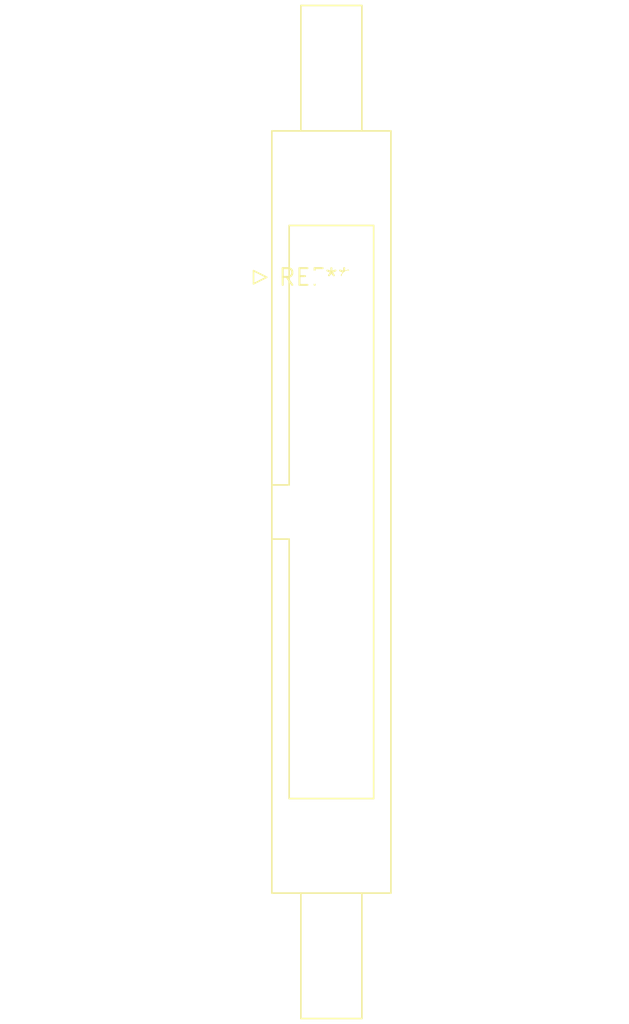
<source format=kicad_pcb>
(kicad_pcb (version 20240108) (generator pcbnew)
  (layers (0 "F.Cu" signal) (31 "B.Cu" signal) (34 "B.Paste" user) (35 "F.Paste" user) (36 "B.SilkS" user "B.Silkscreen") (37 "F.SilkS" user "F.Silkscreen") (38 "B.Mask" user) (39 "F.Mask" user) (44 "Edge.Cuts" user))
  (net 0 "")
  (footprint "IDC-Header_2x15_P2.54mm_Latch9.5mm_Vertical" (layer "F.Cu") (at 0 0)
    (property "Reference" "REF**")
    (property "Value" "IDC-Header_2x15_P2.54mm_Latch9.5mm_Vertical")
    (fp_line (start -4.63 -0.5) (end -4.63 0.5) (layer "F.SilkS") (stroke (width 0.12)))
    (fp_line (start -4.63 0.5) (end -3.63 0) (layer "F.SilkS") (stroke (width 0.12)))
    (fp_line (start -3.63 0) (end -4.63 -0.5) (layer "F.SilkS") (stroke (width 0.12)))
    (fp_line (start -3.24 -11.08) (end 5.78 -11.08) (layer "F.SilkS") (stroke (width 0.12)))
    (fp_line (start -3.24 15.73) (end -1.93 15.73) (layer "F.SilkS") (stroke (width 0.12)))
    (fp_line (start -3.24 46.64) (end -3.24 -11.08) (layer "F.SilkS") (stroke (width 0.12)))
    (fp_line (start -1.93 -3.92) (end 4.47 -3.92) (layer "F.SilkS") (stroke (width 0.12)))
    (fp_line (start -1.93 15.73) (end -1.93 -3.92) (layer "F.SilkS") (stroke (width 0.12)))
    (fp_line (start -1.93 19.83) (end -3.24 19.83) (layer "F.SilkS") (stroke (width 0.12)))
    (fp_line (start -1.93 19.83) (end -1.93 19.83) (layer "F.SilkS") (stroke (width 0.12)))
    (fp_line (start -1.93 39.48) (end -1.93 19.83) (layer "F.SilkS") (stroke (width 0.12)))
    (fp_line (start -1.04 -20.58) (end 3.58 -20.58) (layer "F.SilkS") (stroke (width 0.12)))
    (fp_line (start -1.04 -11.08) (end -1.04 -20.58) (layer "F.SilkS") (stroke (width 0.12)))
    (fp_line (start -1.04 46.64) (end -1.04 56.14) (layer "F.SilkS") (stroke (width 0.12)))
    (fp_line (start -1.04 56.14) (end 3.58 56.14) (layer "F.SilkS") (stroke (width 0.12)))
    (fp_line (start 3.58 -20.58) (end 3.58 -11.08) (layer "F.SilkS") (stroke (width 0.12)))
    (fp_line (start 3.58 56.14) (end 3.58 46.64) (layer "F.SilkS") (stroke (width 0.12)))
    (fp_line (start 4.47 -3.92) (end 4.47 39.48) (layer "F.SilkS") (stroke (width 0.12)))
    (fp_line (start 4.47 39.48) (end -1.93 39.48) (layer "F.SilkS") (stroke (width 0.12)))
    (fp_line (start 5.78 -11.08) (end 5.78 46.64) (layer "F.SilkS") (stroke (width 0.12)))
    (fp_line (start 5.78 46.64) (end -3.24 46.64) (layer "F.SilkS") (stroke (width 0.12)))
    (pad "1" thru_hole roundrect (at 0 0) (size 1.7 1.7) (drill 1) (layers *.Cu *.Mask) (remove_unused_layers) (roundrect_rratio 0.147059))
    (pad "2" thru_hole circle (at 2.54 0) (size 1.7 1.7) (drill 1) (layers *.Cu *.Mask) (remove_unused_layers))
    (pad "3" thru_hole circle (at 0 2.54) (size 1.7 1.7) (drill 1) (layers *.Cu *.Mask) (remove_unused_layers))
    (pad "4" thru_hole circle (at 2.54 2.54) (size 1.7 1.7) (drill 1) (layers *.Cu *.Mask) (remove_unused_layers))
    (pad "5" thru_hole circle (at 0 5.08) (size 1.7 1.7) (drill 1) (layers *.Cu *.Mask) (remove_unused_layers))
    (pad "6" thru_hole circle (at 2.54 5.08) (size 1.7 1.7) (drill 1) (layers *.Cu *.Mask) (remove_unused_layers))
    (pad "7" thru_hole circle (at 0 7.62) (size 1.7 1.7) (drill 1) (layers *.Cu *.Mask) (remove_unused_layers))
    (pad "8" thru_hole circle (at 2.54 7.62) (size 1.7 1.7) (drill 1) (layers *.Cu *.Mask) (remove_unused_layers))
    (pad "9" thru_hole circle (at 0 10.16) (size 1.7 1.7) (drill 1) (layers *.Cu *.Mask) (remove_unused_layers))
    (pad "10" thru_hole circle (at 2.54 10.16) (size 1.7 1.7) (drill 1) (layers *.Cu *.Mask) (remove_unused_layers))
    (pad "11" thru_hole circle (at 0 12.7) (size 1.7 1.7) (drill 1) (layers *.Cu *.Mask) (remove_unused_layers))
    (pad "12" thru_hole circle (at 2.54 12.7) (size 1.7 1.7) (drill 1) (layers *.Cu *.Mask) (remove_unused_layers))
    (pad "13" thru_hole circle (at 0 15.24) (size 1.7 1.7) (drill 1) (layers *.Cu *.Mask) (remove_unused_layers))
    (pad "14" thru_hole circle (at 2.54 15.24) (size 1.7 1.7) (drill 1) (layers *.Cu *.Mask) (remove_unused_layers))
    (pad "15" thru_hole circle (at 0 17.78) (size 1.7 1.7) (drill 1) (layers *.Cu *.Mask) (remove_unused_layers))
    (pad "16" thru_hole circle (at 2.54 17.78) (size 1.7 1.7) (drill 1) (layers *.Cu *.Mask) (remove_unused_layers))
    (pad "17" thru_hole circle (at 0 20.32) (size 1.7 1.7) (drill 1) (layers *.Cu *.Mask) (remove_unused_layers))
    (pad "18" thru_hole circle (at 2.54 20.32) (size 1.7 1.7) (drill 1) (layers *.Cu *.Mask) (remove_unused_layers))
    (pad "19" thru_hole circle (at 0 22.86) (size 1.7 1.7) (drill 1) (layers *.Cu *.Mask) (remove_unused_layers))
    (pad "20" thru_hole circle (at 2.54 22.86) (size 1.7 1.7) (drill 1) (layers *.Cu *.Mask) (remove_unused_layers))
    (pad "21" thru_hole circle (at 0 25.4) (size 1.7 1.7) (drill 1) (layers *.Cu *.Mask) (remove_unused_layers))
    (pad "22" thru_hole circle (at 2.54 25.4) (size 1.7 1.7) (drill 1) (layers *.Cu *.Mask) (remove_unused_layers))
    (pad "23" thru_hole circle (at 0 27.94) (size 1.7 1.7) (drill 1) (layers *.Cu *.Mask) (remove_unused_layers))
    (pad "24" thru_hole circle (at 2.54 27.94) (size 1.7 1.7) (drill 1) (layers *.Cu *.Mask) (remove_unused_layers))
    (pad "25" thru_hole circle (at 0 30.48) (size 1.7 1.7) (drill 1) (layers *.Cu *.Mask) (remove_unused_layers))
    (pad "26" thru_hole circle (at 2.54 30.48) (size 1.7 1.7) (drill 1) (layers *.Cu *.Mask) (remove_unused_layers))
    (pad "27" thru_hole circle (at 0 33.02) (size 1.7 1.7) (drill 1) (layers *.Cu *.Mask) (remove_unused_layers))
    (pad "28" thru_hole circle (at 2.54 33.02) (size 1.7 1.7) (drill 1) (layers *.Cu *.Mask) (remove_unused_layers))
    (pad "29" thru_hole circle (at 0 35.56) (size 1.7 1.7) (drill 1) (layers *.Cu *.Mask) (remove_unused_layers))
    (pad "30" thru_hole circle (at 2.54 35.56) (size 1.7 1.7) (drill 1) (layers *.Cu *.Mask) (remove_unused_layers))
  )
)
</source>
